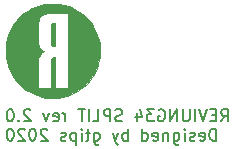
<source format=gbo>
G04 #@! TF.GenerationSoftware,KiCad,Pcbnew,(5.1.6-0-10_14)*
G04 #@! TF.CreationDate,2020-10-19T11:14:55+09:00*
G04 #@! TF.ProjectId,reviung34-split-L-TOP,72657669-756e-4673-9334-2d73706c6974,2.0*
G04 #@! TF.SameCoordinates,PX2faf080PY2faf080*
G04 #@! TF.FileFunction,Legend,Bot*
G04 #@! TF.FilePolarity,Positive*
%FSLAX46Y46*%
G04 Gerber Fmt 4.6, Leading zero omitted, Abs format (unit mm)*
G04 Created by KiCad (PCBNEW (5.1.6-0-10_14)) date 2020-10-19 11:14:55*
%MOMM*%
%LPD*%
G01*
G04 APERTURE LIST*
%ADD10C,0.150000*%
%ADD11C,0.010000*%
G04 APERTURE END LIST*
D10*
X160880833Y-93927380D02*
X161214166Y-93451190D01*
X161452261Y-93927380D02*
X161452261Y-92927380D01*
X161071309Y-92927380D01*
X160976071Y-92975000D01*
X160928452Y-93022619D01*
X160880833Y-93117857D01*
X160880833Y-93260714D01*
X160928452Y-93355952D01*
X160976071Y-93403571D01*
X161071309Y-93451190D01*
X161452261Y-93451190D01*
X160452261Y-93403571D02*
X160118928Y-93403571D01*
X159976071Y-93927380D02*
X160452261Y-93927380D01*
X160452261Y-92927380D01*
X159976071Y-92927380D01*
X159690357Y-92927380D02*
X159357023Y-93927380D01*
X159023690Y-92927380D01*
X158690357Y-93927380D02*
X158690357Y-92927380D01*
X158214166Y-92927380D02*
X158214166Y-93736904D01*
X158166547Y-93832142D01*
X158118928Y-93879761D01*
X158023690Y-93927380D01*
X157833214Y-93927380D01*
X157737976Y-93879761D01*
X157690357Y-93832142D01*
X157642738Y-93736904D01*
X157642738Y-92927380D01*
X157166547Y-93927380D02*
X157166547Y-92927380D01*
X156595119Y-93927380D01*
X156595119Y-92927380D01*
X155595119Y-92975000D02*
X155690357Y-92927380D01*
X155833214Y-92927380D01*
X155976071Y-92975000D01*
X156071309Y-93070238D01*
X156118928Y-93165476D01*
X156166547Y-93355952D01*
X156166547Y-93498809D01*
X156118928Y-93689285D01*
X156071309Y-93784523D01*
X155976071Y-93879761D01*
X155833214Y-93927380D01*
X155737976Y-93927380D01*
X155595119Y-93879761D01*
X155547500Y-93832142D01*
X155547500Y-93498809D01*
X155737976Y-93498809D01*
X155214166Y-92927380D02*
X154595119Y-92927380D01*
X154928452Y-93308333D01*
X154785595Y-93308333D01*
X154690357Y-93355952D01*
X154642738Y-93403571D01*
X154595119Y-93498809D01*
X154595119Y-93736904D01*
X154642738Y-93832142D01*
X154690357Y-93879761D01*
X154785595Y-93927380D01*
X155071309Y-93927380D01*
X155166547Y-93879761D01*
X155214166Y-93832142D01*
X153737976Y-93260714D02*
X153737976Y-93927380D01*
X153976071Y-92879761D02*
X154214166Y-93594047D01*
X153595119Y-93594047D01*
X152499880Y-93879761D02*
X152357023Y-93927380D01*
X152118928Y-93927380D01*
X152023690Y-93879761D01*
X151976071Y-93832142D01*
X151928452Y-93736904D01*
X151928452Y-93641666D01*
X151976071Y-93546428D01*
X152023690Y-93498809D01*
X152118928Y-93451190D01*
X152309404Y-93403571D01*
X152404642Y-93355952D01*
X152452261Y-93308333D01*
X152499880Y-93213095D01*
X152499880Y-93117857D01*
X152452261Y-93022619D01*
X152404642Y-92975000D01*
X152309404Y-92927380D01*
X152071309Y-92927380D01*
X151928452Y-92975000D01*
X151499880Y-93927380D02*
X151499880Y-92927380D01*
X151118928Y-92927380D01*
X151023690Y-92975000D01*
X150976071Y-93022619D01*
X150928452Y-93117857D01*
X150928452Y-93260714D01*
X150976071Y-93355952D01*
X151023690Y-93403571D01*
X151118928Y-93451190D01*
X151499880Y-93451190D01*
X150023690Y-93927380D02*
X150499880Y-93927380D01*
X150499880Y-92927380D01*
X149690357Y-93927380D02*
X149690357Y-92927380D01*
X149357023Y-92927380D02*
X148785595Y-92927380D01*
X149071309Y-93927380D02*
X149071309Y-92927380D01*
X147690357Y-93927380D02*
X147690357Y-93260714D01*
X147690357Y-93451190D02*
X147642738Y-93355952D01*
X147595119Y-93308333D01*
X147499880Y-93260714D01*
X147404642Y-93260714D01*
X146690357Y-93879761D02*
X146785595Y-93927380D01*
X146976071Y-93927380D01*
X147071309Y-93879761D01*
X147118928Y-93784523D01*
X147118928Y-93403571D01*
X147071309Y-93308333D01*
X146976071Y-93260714D01*
X146785595Y-93260714D01*
X146690357Y-93308333D01*
X146642738Y-93403571D01*
X146642738Y-93498809D01*
X147118928Y-93594047D01*
X146309404Y-93260714D02*
X146071309Y-93927380D01*
X145833214Y-93260714D01*
X144737976Y-93022619D02*
X144690357Y-92975000D01*
X144595119Y-92927380D01*
X144357023Y-92927380D01*
X144261785Y-92975000D01*
X144214166Y-93022619D01*
X144166547Y-93117857D01*
X144166547Y-93213095D01*
X144214166Y-93355952D01*
X144785595Y-93927380D01*
X144166547Y-93927380D01*
X143737976Y-93832142D02*
X143690357Y-93879761D01*
X143737976Y-93927380D01*
X143785595Y-93879761D01*
X143737976Y-93832142D01*
X143737976Y-93927380D01*
X143071309Y-92927380D02*
X142976071Y-92927380D01*
X142880833Y-92975000D01*
X142833214Y-93022619D01*
X142785595Y-93117857D01*
X142737976Y-93308333D01*
X142737976Y-93546428D01*
X142785595Y-93736904D01*
X142833214Y-93832142D01*
X142880833Y-93879761D01*
X142976071Y-93927380D01*
X143071309Y-93927380D01*
X143166547Y-93879761D01*
X143214166Y-93832142D01*
X143261785Y-93736904D01*
X143309404Y-93546428D01*
X143309404Y-93308333D01*
X143261785Y-93117857D01*
X143214166Y-93022619D01*
X143166547Y-92975000D01*
X143071309Y-92927380D01*
X160452261Y-95577380D02*
X160452261Y-94577380D01*
X160214166Y-94577380D01*
X160071309Y-94625000D01*
X159976071Y-94720238D01*
X159928452Y-94815476D01*
X159880833Y-95005952D01*
X159880833Y-95148809D01*
X159928452Y-95339285D01*
X159976071Y-95434523D01*
X160071309Y-95529761D01*
X160214166Y-95577380D01*
X160452261Y-95577380D01*
X159071309Y-95529761D02*
X159166547Y-95577380D01*
X159357023Y-95577380D01*
X159452261Y-95529761D01*
X159499880Y-95434523D01*
X159499880Y-95053571D01*
X159452261Y-94958333D01*
X159357023Y-94910714D01*
X159166547Y-94910714D01*
X159071309Y-94958333D01*
X159023690Y-95053571D01*
X159023690Y-95148809D01*
X159499880Y-95244047D01*
X158642738Y-95529761D02*
X158547500Y-95577380D01*
X158357023Y-95577380D01*
X158261785Y-95529761D01*
X158214166Y-95434523D01*
X158214166Y-95386904D01*
X158261785Y-95291666D01*
X158357023Y-95244047D01*
X158499880Y-95244047D01*
X158595119Y-95196428D01*
X158642738Y-95101190D01*
X158642738Y-95053571D01*
X158595119Y-94958333D01*
X158499880Y-94910714D01*
X158357023Y-94910714D01*
X158261785Y-94958333D01*
X157785595Y-95577380D02*
X157785595Y-94910714D01*
X157785595Y-94577380D02*
X157833214Y-94625000D01*
X157785595Y-94672619D01*
X157737976Y-94625000D01*
X157785595Y-94577380D01*
X157785595Y-94672619D01*
X156880833Y-94910714D02*
X156880833Y-95720238D01*
X156928452Y-95815476D01*
X156976071Y-95863095D01*
X157071309Y-95910714D01*
X157214166Y-95910714D01*
X157309404Y-95863095D01*
X156880833Y-95529761D02*
X156976071Y-95577380D01*
X157166547Y-95577380D01*
X157261785Y-95529761D01*
X157309404Y-95482142D01*
X157357023Y-95386904D01*
X157357023Y-95101190D01*
X157309404Y-95005952D01*
X157261785Y-94958333D01*
X157166547Y-94910714D01*
X156976071Y-94910714D01*
X156880833Y-94958333D01*
X156404642Y-94910714D02*
X156404642Y-95577380D01*
X156404642Y-95005952D02*
X156357023Y-94958333D01*
X156261785Y-94910714D01*
X156118928Y-94910714D01*
X156023690Y-94958333D01*
X155976071Y-95053571D01*
X155976071Y-95577380D01*
X155118928Y-95529761D02*
X155214166Y-95577380D01*
X155404642Y-95577380D01*
X155499880Y-95529761D01*
X155547500Y-95434523D01*
X155547500Y-95053571D01*
X155499880Y-94958333D01*
X155404642Y-94910714D01*
X155214166Y-94910714D01*
X155118928Y-94958333D01*
X155071309Y-95053571D01*
X155071309Y-95148809D01*
X155547500Y-95244047D01*
X154214166Y-95577380D02*
X154214166Y-94577380D01*
X154214166Y-95529761D02*
X154309404Y-95577380D01*
X154499880Y-95577380D01*
X154595119Y-95529761D01*
X154642738Y-95482142D01*
X154690357Y-95386904D01*
X154690357Y-95101190D01*
X154642738Y-95005952D01*
X154595119Y-94958333D01*
X154499880Y-94910714D01*
X154309404Y-94910714D01*
X154214166Y-94958333D01*
X152976071Y-95577380D02*
X152976071Y-94577380D01*
X152976071Y-94958333D02*
X152880833Y-94910714D01*
X152690357Y-94910714D01*
X152595119Y-94958333D01*
X152547500Y-95005952D01*
X152499880Y-95101190D01*
X152499880Y-95386904D01*
X152547500Y-95482142D01*
X152595119Y-95529761D01*
X152690357Y-95577380D01*
X152880833Y-95577380D01*
X152976071Y-95529761D01*
X152166547Y-94910714D02*
X151928452Y-95577380D01*
X151690357Y-94910714D02*
X151928452Y-95577380D01*
X152023690Y-95815476D01*
X152071309Y-95863095D01*
X152166547Y-95910714D01*
X150118928Y-94910714D02*
X150118928Y-95720238D01*
X150166547Y-95815476D01*
X150214166Y-95863095D01*
X150309404Y-95910714D01*
X150452261Y-95910714D01*
X150547500Y-95863095D01*
X150118928Y-95529761D02*
X150214166Y-95577380D01*
X150404642Y-95577380D01*
X150499880Y-95529761D01*
X150547500Y-95482142D01*
X150595119Y-95386904D01*
X150595119Y-95101190D01*
X150547500Y-95005952D01*
X150499880Y-94958333D01*
X150404642Y-94910714D01*
X150214166Y-94910714D01*
X150118928Y-94958333D01*
X149785595Y-94910714D02*
X149404642Y-94910714D01*
X149642738Y-94577380D02*
X149642738Y-95434523D01*
X149595119Y-95529761D01*
X149499880Y-95577380D01*
X149404642Y-95577380D01*
X149071309Y-95577380D02*
X149071309Y-94910714D01*
X149071309Y-94577380D02*
X149118928Y-94625000D01*
X149071309Y-94672619D01*
X149023690Y-94625000D01*
X149071309Y-94577380D01*
X149071309Y-94672619D01*
X148595119Y-94910714D02*
X148595119Y-95910714D01*
X148595119Y-94958333D02*
X148499880Y-94910714D01*
X148309404Y-94910714D01*
X148214166Y-94958333D01*
X148166547Y-95005952D01*
X148118928Y-95101190D01*
X148118928Y-95386904D01*
X148166547Y-95482142D01*
X148214166Y-95529761D01*
X148309404Y-95577380D01*
X148499880Y-95577380D01*
X148595119Y-95529761D01*
X147737976Y-95529761D02*
X147642738Y-95577380D01*
X147452261Y-95577380D01*
X147357023Y-95529761D01*
X147309404Y-95434523D01*
X147309404Y-95386904D01*
X147357023Y-95291666D01*
X147452261Y-95244047D01*
X147595119Y-95244047D01*
X147690357Y-95196428D01*
X147737976Y-95101190D01*
X147737976Y-95053571D01*
X147690357Y-94958333D01*
X147595119Y-94910714D01*
X147452261Y-94910714D01*
X147357023Y-94958333D01*
X146166547Y-94672619D02*
X146118928Y-94625000D01*
X146023690Y-94577380D01*
X145785595Y-94577380D01*
X145690357Y-94625000D01*
X145642738Y-94672619D01*
X145595119Y-94767857D01*
X145595119Y-94863095D01*
X145642738Y-95005952D01*
X146214166Y-95577380D01*
X145595119Y-95577380D01*
X144976071Y-94577380D02*
X144880833Y-94577380D01*
X144785595Y-94625000D01*
X144737976Y-94672619D01*
X144690357Y-94767857D01*
X144642738Y-94958333D01*
X144642738Y-95196428D01*
X144690357Y-95386904D01*
X144737976Y-95482142D01*
X144785595Y-95529761D01*
X144880833Y-95577380D01*
X144976071Y-95577380D01*
X145071309Y-95529761D01*
X145118928Y-95482142D01*
X145166547Y-95386904D01*
X145214166Y-95196428D01*
X145214166Y-94958333D01*
X145166547Y-94767857D01*
X145118928Y-94672619D01*
X145071309Y-94625000D01*
X144976071Y-94577380D01*
X144261785Y-94672619D02*
X144214166Y-94625000D01*
X144118928Y-94577380D01*
X143880833Y-94577380D01*
X143785595Y-94625000D01*
X143737976Y-94672619D01*
X143690357Y-94767857D01*
X143690357Y-94863095D01*
X143737976Y-95005952D01*
X144309404Y-95577380D01*
X143690357Y-95577380D01*
X143071309Y-94577380D02*
X142976071Y-94577380D01*
X142880833Y-94625000D01*
X142833214Y-94672619D01*
X142785595Y-94767857D01*
X142737976Y-94958333D01*
X142737976Y-95196428D01*
X142785595Y-95386904D01*
X142833214Y-95482142D01*
X142880833Y-95529761D01*
X142976071Y-95577380D01*
X143071309Y-95577380D01*
X143166547Y-95529761D01*
X143214166Y-95482142D01*
X143261785Y-95386904D01*
X143309404Y-95196428D01*
X143309404Y-94958333D01*
X143261785Y-94767857D01*
X143214166Y-94672619D01*
X143166547Y-94625000D01*
X143071309Y-94577380D01*
D11*
G36*
X146605315Y-85631922D02*
G01*
X146530345Y-85660525D01*
X146487687Y-85703908D01*
X146482353Y-85735791D01*
X146477621Y-85804282D01*
X146473515Y-85903663D01*
X146470062Y-86028214D01*
X146467287Y-86172213D01*
X146465216Y-86329941D01*
X146463872Y-86495678D01*
X146463283Y-86663703D01*
X146463473Y-86828298D01*
X146464468Y-86983741D01*
X146466292Y-87124312D01*
X146468972Y-87244292D01*
X146472533Y-87337960D01*
X146477001Y-87399596D01*
X146480082Y-87418658D01*
X146519363Y-87498116D01*
X146587210Y-87547645D01*
X146685168Y-87568247D01*
X146712449Y-87569000D01*
X146798167Y-87569000D01*
X146798167Y-85621666D01*
X146703913Y-85621666D01*
X146605315Y-85631922D01*
G37*
X146605315Y-85631922D02*
X146530345Y-85660525D01*
X146487687Y-85703908D01*
X146482353Y-85735791D01*
X146477621Y-85804282D01*
X146473515Y-85903663D01*
X146470062Y-86028214D01*
X146467287Y-86172213D01*
X146465216Y-86329941D01*
X146463872Y-86495678D01*
X146463283Y-86663703D01*
X146463473Y-86828298D01*
X146464468Y-86983741D01*
X146466292Y-87124312D01*
X146468972Y-87244292D01*
X146472533Y-87337960D01*
X146477001Y-87399596D01*
X146480082Y-87418658D01*
X146519363Y-87498116D01*
X146587210Y-87547645D01*
X146685168Y-87568247D01*
X146712449Y-87569000D01*
X146798167Y-87569000D01*
X146798167Y-85621666D01*
X146703913Y-85621666D01*
X146605315Y-85631922D01*
G36*
X146389169Y-83978093D02*
G01*
X145992381Y-84022589D01*
X145600887Y-84106850D01*
X145217898Y-84230847D01*
X144865208Y-84385247D01*
X144509935Y-84584243D01*
X144183684Y-84812008D01*
X143887017Y-85065973D01*
X143620494Y-85343568D01*
X143384676Y-85642224D01*
X143180125Y-85959373D01*
X143007401Y-86292446D01*
X142867064Y-86638873D01*
X142759675Y-86996087D01*
X142685796Y-87361517D01*
X142645987Y-87732596D01*
X142640808Y-88106754D01*
X142670821Y-88481422D01*
X142736587Y-88854032D01*
X142838665Y-89222014D01*
X142977618Y-89582799D01*
X143154005Y-89933819D01*
X143368388Y-90272505D01*
X143532553Y-90490000D01*
X143636140Y-90609791D01*
X143762723Y-90743066D01*
X143901574Y-90879468D01*
X144041965Y-91008642D01*
X144173166Y-91120231D01*
X144237000Y-91169968D01*
X144575165Y-91396517D01*
X144932842Y-91586755D01*
X145306646Y-91739746D01*
X145693194Y-91854554D01*
X146089100Y-91930244D01*
X146490980Y-91965881D01*
X146895449Y-91960528D01*
X147049900Y-91947471D01*
X147451110Y-91884916D01*
X147838135Y-91783797D01*
X148208906Y-91646113D01*
X148561356Y-91473861D01*
X148893417Y-91269042D01*
X149055034Y-91146166D01*
X147898834Y-91146166D01*
X146798167Y-91146166D01*
X146798167Y-88500333D01*
X146718792Y-88500645D01*
X146616921Y-88516230D01*
X146541472Y-88563568D01*
X146496575Y-88627627D01*
X146488709Y-88645950D01*
X146482035Y-88669307D01*
X146476456Y-88701090D01*
X146471875Y-88744695D01*
X146468196Y-88803514D01*
X146465322Y-88880942D01*
X146463154Y-88980372D01*
X146461597Y-89105197D01*
X146460554Y-89258811D01*
X146459926Y-89444608D01*
X146459619Y-89665982D01*
X146459533Y-89923791D01*
X146459500Y-91146166D01*
X145377865Y-91146166D01*
X145384700Y-89870875D01*
X145386150Y-89606552D01*
X145387535Y-89381061D01*
X145388988Y-89190896D01*
X145390643Y-89032557D01*
X145392632Y-88902539D01*
X145395090Y-88797341D01*
X145398150Y-88713460D01*
X145401944Y-88647393D01*
X145406607Y-88595637D01*
X145412272Y-88554690D01*
X145419071Y-88521048D01*
X145427140Y-88491210D01*
X145436610Y-88461673D01*
X145438577Y-88455810D01*
X145510954Y-88303360D01*
X145615740Y-88172376D01*
X145746552Y-88070649D01*
X145760880Y-88062351D01*
X145863726Y-88004538D01*
X145775321Y-87954649D01*
X145646016Y-87864405D01*
X145545774Y-87753363D01*
X145469309Y-87614558D01*
X145426430Y-87494916D01*
X145416313Y-87439116D01*
X145407393Y-87346894D01*
X145399724Y-87224146D01*
X145393357Y-87076768D01*
X145388346Y-86910656D01*
X145384744Y-86731707D01*
X145382603Y-86545815D01*
X145381976Y-86358877D01*
X145382917Y-86176790D01*
X145385477Y-86005449D01*
X145389711Y-85850749D01*
X145395670Y-85718588D01*
X145403408Y-85614861D01*
X145409145Y-85567262D01*
X145444980Y-85378116D01*
X145491282Y-85225671D01*
X145550743Y-85105016D01*
X145626053Y-85011239D01*
X145719904Y-84939428D01*
X145767093Y-84913853D01*
X145827592Y-84885633D01*
X145886629Y-84862032D01*
X145948674Y-84842584D01*
X146018196Y-84826818D01*
X146099667Y-84814267D01*
X146197557Y-84804463D01*
X146316335Y-84796936D01*
X146460472Y-84791219D01*
X146634438Y-84786842D01*
X146842704Y-84783338D01*
X147036292Y-84780857D01*
X147898834Y-84770707D01*
X147898834Y-91146166D01*
X149055034Y-91146166D01*
X149203023Y-91033652D01*
X149488105Y-90769689D01*
X149746596Y-90479153D01*
X149976429Y-90164042D01*
X150175536Y-89826353D01*
X150341850Y-89468085D01*
X150473303Y-89091236D01*
X150567828Y-88697805D01*
X150597360Y-88518746D01*
X150614041Y-88359312D01*
X150624042Y-88172012D01*
X150627364Y-87970784D01*
X150624008Y-87769564D01*
X150613974Y-87582289D01*
X150597321Y-87423308D01*
X150518838Y-87017277D01*
X150401869Y-86626807D01*
X150247990Y-86254043D01*
X150058777Y-85901129D01*
X149835805Y-85570208D01*
X149580652Y-85263423D01*
X149294891Y-84982917D01*
X148980100Y-84730835D01*
X148637854Y-84509320D01*
X148340249Y-84353136D01*
X147965110Y-84198359D01*
X147579223Y-84083496D01*
X147185799Y-84008517D01*
X146788045Y-83973393D01*
X146389169Y-83978093D01*
G37*
X146389169Y-83978093D02*
X145992381Y-84022589D01*
X145600887Y-84106850D01*
X145217898Y-84230847D01*
X144865208Y-84385247D01*
X144509935Y-84584243D01*
X144183684Y-84812008D01*
X143887017Y-85065973D01*
X143620494Y-85343568D01*
X143384676Y-85642224D01*
X143180125Y-85959373D01*
X143007401Y-86292446D01*
X142867064Y-86638873D01*
X142759675Y-86996087D01*
X142685796Y-87361517D01*
X142645987Y-87732596D01*
X142640808Y-88106754D01*
X142670821Y-88481422D01*
X142736587Y-88854032D01*
X142838665Y-89222014D01*
X142977618Y-89582799D01*
X143154005Y-89933819D01*
X143368388Y-90272505D01*
X143532553Y-90490000D01*
X143636140Y-90609791D01*
X143762723Y-90743066D01*
X143901574Y-90879468D01*
X144041965Y-91008642D01*
X144173166Y-91120231D01*
X144237000Y-91169968D01*
X144575165Y-91396517D01*
X144932842Y-91586755D01*
X145306646Y-91739746D01*
X145693194Y-91854554D01*
X146089100Y-91930244D01*
X146490980Y-91965881D01*
X146895449Y-91960528D01*
X147049900Y-91947471D01*
X147451110Y-91884916D01*
X147838135Y-91783797D01*
X148208906Y-91646113D01*
X148561356Y-91473861D01*
X148893417Y-91269042D01*
X149055034Y-91146166D01*
X147898834Y-91146166D01*
X146798167Y-91146166D01*
X146798167Y-88500333D01*
X146718792Y-88500645D01*
X146616921Y-88516230D01*
X146541472Y-88563568D01*
X146496575Y-88627627D01*
X146488709Y-88645950D01*
X146482035Y-88669307D01*
X146476456Y-88701090D01*
X146471875Y-88744695D01*
X146468196Y-88803514D01*
X146465322Y-88880942D01*
X146463154Y-88980372D01*
X146461597Y-89105197D01*
X146460554Y-89258811D01*
X146459926Y-89444608D01*
X146459619Y-89665982D01*
X146459533Y-89923791D01*
X146459500Y-91146166D01*
X145377865Y-91146166D01*
X145384700Y-89870875D01*
X145386150Y-89606552D01*
X145387535Y-89381061D01*
X145388988Y-89190896D01*
X145390643Y-89032557D01*
X145392632Y-88902539D01*
X145395090Y-88797341D01*
X145398150Y-88713460D01*
X145401944Y-88647393D01*
X145406607Y-88595637D01*
X145412272Y-88554690D01*
X145419071Y-88521048D01*
X145427140Y-88491210D01*
X145436610Y-88461673D01*
X145438577Y-88455810D01*
X145510954Y-88303360D01*
X145615740Y-88172376D01*
X145746552Y-88070649D01*
X145760880Y-88062351D01*
X145863726Y-88004538D01*
X145775321Y-87954649D01*
X145646016Y-87864405D01*
X145545774Y-87753363D01*
X145469309Y-87614558D01*
X145426430Y-87494916D01*
X145416313Y-87439116D01*
X145407393Y-87346894D01*
X145399724Y-87224146D01*
X145393357Y-87076768D01*
X145388346Y-86910656D01*
X145384744Y-86731707D01*
X145382603Y-86545815D01*
X145381976Y-86358877D01*
X145382917Y-86176790D01*
X145385477Y-86005449D01*
X145389711Y-85850749D01*
X145395670Y-85718588D01*
X145403408Y-85614861D01*
X145409145Y-85567262D01*
X145444980Y-85378116D01*
X145491282Y-85225671D01*
X145550743Y-85105016D01*
X145626053Y-85011239D01*
X145719904Y-84939428D01*
X145767093Y-84913853D01*
X145827592Y-84885633D01*
X145886629Y-84862032D01*
X145948674Y-84842584D01*
X146018196Y-84826818D01*
X146099667Y-84814267D01*
X146197557Y-84804463D01*
X146316335Y-84796936D01*
X146460472Y-84791219D01*
X146634438Y-84786842D01*
X146842704Y-84783338D01*
X147036292Y-84780857D01*
X147898834Y-84770707D01*
X147898834Y-91146166D01*
X149055034Y-91146166D01*
X149203023Y-91033652D01*
X149488105Y-90769689D01*
X149746596Y-90479153D01*
X149976429Y-90164042D01*
X150175536Y-89826353D01*
X150341850Y-89468085D01*
X150473303Y-89091236D01*
X150567828Y-88697805D01*
X150597360Y-88518746D01*
X150614041Y-88359312D01*
X150624042Y-88172012D01*
X150627364Y-87970784D01*
X150624008Y-87769564D01*
X150613974Y-87582289D01*
X150597321Y-87423308D01*
X150518838Y-87017277D01*
X150401869Y-86626807D01*
X150247990Y-86254043D01*
X150058777Y-85901129D01*
X149835805Y-85570208D01*
X149580652Y-85263423D01*
X149294891Y-84982917D01*
X148980100Y-84730835D01*
X148637854Y-84509320D01*
X148340249Y-84353136D01*
X147965110Y-84198359D01*
X147579223Y-84083496D01*
X147185799Y-84008517D01*
X146788045Y-83973393D01*
X146389169Y-83978093D01*
M02*

</source>
